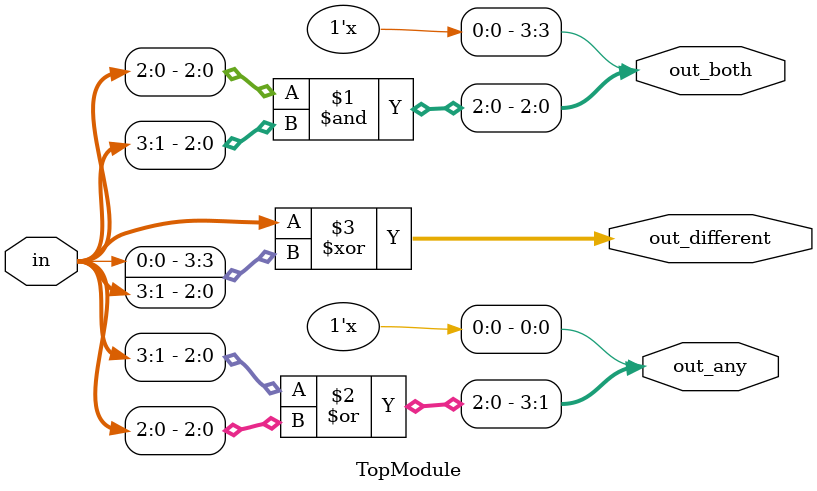
<source format=v>
module TopModule(
    input [3:0] in,
    output [3:0] out_both,
    output [3:0] out_any,
    output [3:0] out_different
);

    // out_both: each wire checks if both current and left neighbor are 1
    // out_both[i] = in[i] & in[i+1]
    assign out_both[2:0] = in[2:0] & in[3:1];
    assign out_both[3] = 1'bx;  // Don't care - no left neighbor for in[3]
    
    // out_any: each wire checks if either current or right neighbor is 1
    // out_any[i] = in[i] | in[i-1]
    assign out_any[3:1] = in[3:1] | in[2:0];
    assign out_any[0] = 1'bx;   // Don't care - no right neighbor for in[0]
    
    // out_different: each wire checks if current differs from left neighbor (wrapping)
    // out_different[i] = in[i] ^ in[i+1], with wrapping: in[3]'s left is in[0]
    assign out_different = in ^ {in[0], in[3:1]};

endmodule

</source>
